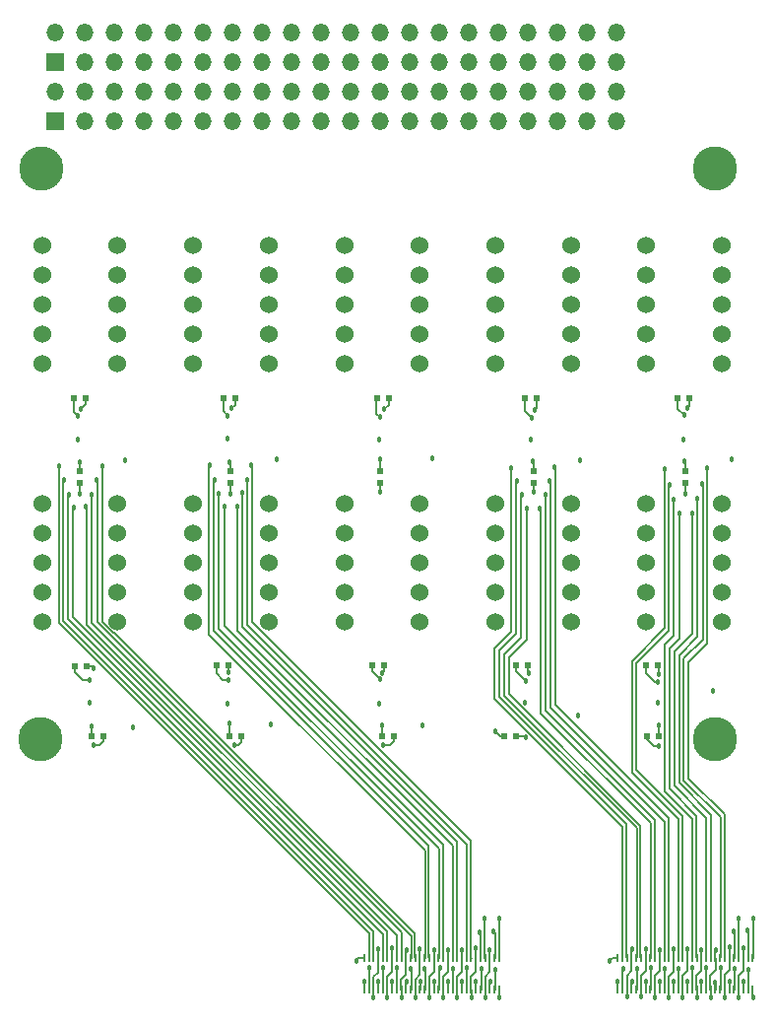
<source format=gbr>
%TF.GenerationSoftware,KiCad,Pcbnew,8.0.1*%
%TF.CreationDate,2024-06-10T14:17:39+05:30*%
%TF.ProjectId,GPIO HAT 1,4750494f-2048-4415-9420-312e6b696361,rev?*%
%TF.SameCoordinates,Original*%
%TF.FileFunction,Copper,L4,Bot*%
%TF.FilePolarity,Positive*%
%FSLAX46Y46*%
G04 Gerber Fmt 4.6, Leading zero omitted, Abs format (unit mm)*
G04 Created by KiCad (PCBNEW 8.0.1) date 2024-06-10 14:17:39*
%MOMM*%
%LPD*%
G01*
G04 APERTURE LIST*
%TA.AperFunction,ComponentPad*%
%ADD10C,1.524000*%
%TD*%
%TA.AperFunction,ComponentPad*%
%ADD11R,1.500000X1.500000*%
%TD*%
%TA.AperFunction,ComponentPad*%
%ADD12O,1.500000X1.500000*%
%TD*%
%TA.AperFunction,ComponentPad*%
%ADD13C,3.810000*%
%TD*%
%TA.AperFunction,SMDPad,CuDef*%
%ADD14R,0.475000X0.500000*%
%TD*%
%TA.AperFunction,SMDPad,CuDef*%
%ADD15R,0.500000X0.475000*%
%TD*%
%TA.AperFunction,SMDPad,CuDef*%
%ADD16R,0.230000X0.660000*%
%TD*%
%TA.AperFunction,ViaPad*%
%ADD17C,0.457000*%
%TD*%
%TA.AperFunction,Conductor*%
%ADD18C,0.127000*%
%TD*%
%TA.AperFunction,Conductor*%
%ADD19C,0.203200*%
%TD*%
%TA.AperFunction,Conductor*%
%ADD20C,0.152400*%
%TD*%
%TA.AperFunction,Conductor*%
%ADD21C,0.171958*%
%TD*%
%TA.AperFunction,Conductor*%
%ADD22C,0.172000*%
%TD*%
G04 APERTURE END LIST*
D10*
%TO.P,J2,1,Pin_1*%
%TO.N,GND*%
X87265933Y-102819200D03*
%TO.P,J2,2,Pin_2*%
%TO.N,/GPIOT__RXN21*%
X87265933Y-105359200D03*
%TO.P,J2,3,Pin_3*%
%TO.N,/GPIOT__RXP21*%
X87265933Y-107899200D03*
%TO.P,J2,4,Pin_4*%
%TO.N,/GPIOT__RXP18*%
X87265933Y-110439200D03*
%TO.P,J2,5,Pin_5*%
%TO.N,/GPIOT__RXN18*%
X87265933Y-112979200D03*
%TD*%
%TO.P,J14,1,Pin_1*%
%TO.N,GND*%
X126229531Y-80619600D03*
%TO.P,J14,2,Pin_2*%
%TO.N,/GPIOB__TXP04*%
X126229531Y-83159600D03*
%TO.P,J14,3,Pin_3*%
%TO.N,/GPIOB__TXN04*%
X126229531Y-85699600D03*
%TO.P,J14,4,Pin_4*%
%TO.N,/GPIOB__TXN06*%
X126229531Y-88239600D03*
%TO.P,J14,5,Pin_5*%
%TO.N,/GPIOB__TXP06*%
X126229531Y-90779600D03*
%TD*%
%TO.P,J1,1,Pin_1*%
%TO.N,GND*%
X80772000Y-102819200D03*
%TO.P,J1,2,Pin_2*%
%TO.N,/GPIOT__RXP03*%
X80772000Y-105359200D03*
%TO.P,J1,3,Pin_3*%
%TO.N,/GPIOT__RXN03*%
X80772000Y-107899200D03*
%TO.P,J1,4,Pin_4*%
%TO.N,/GPIOT__RXP08*%
X80772000Y-110439200D03*
%TO.P,J1,5,Pin_5*%
%TO.N,/GPIOT__RXN08*%
X80772000Y-112979200D03*
%TD*%
%TO.P,J9,1,Pin_1*%
%TO.N,GND*%
X106747732Y-102819200D03*
%TO.P,J9,2,Pin_2*%
%TO.N,/GPIOT__RXP12*%
X106747732Y-105359200D03*
%TO.P,J9,3,Pin_3*%
%TO.N,/GPIOT__RXN12*%
X106747732Y-107899200D03*
%TO.P,J9,4,Pin_4*%
%TO.N,/GPIOT__RXP14*%
X106747732Y-110439200D03*
%TO.P,J9,5,Pin_5*%
%TO.N,/GPIOT__RXN14*%
X106747732Y-112979200D03*
%TD*%
%TO.P,J17,1,Pin_1*%
%TO.N,GND*%
X132723464Y-80619600D03*
%TO.P,J17,2,Pin_2*%
%TO.N,/GPIOB__TXP09*%
X132723464Y-83159600D03*
%TO.P,J17,3,Pin_3*%
%TO.N,/GPIOB__TXN09*%
X132723464Y-85699600D03*
%TO.P,J17,4,Pin_4*%
%TO.N,/GPIOB__TXN10*%
X132723464Y-88239600D03*
%TO.P,J17,5,Pin_5*%
%TO.N,/GPIOB__TXP10*%
X132723464Y-90779600D03*
%TD*%
%TO.P,J13,1,Pin_1*%
%TO.N,GND*%
X119735598Y-80619600D03*
%TO.P,J13,2,Pin_2*%
%TO.N,/GPIOB__TXN05*%
X119735598Y-83159600D03*
%TO.P,J13,3,Pin_3*%
%TO.N,/GPIOB__TXP05*%
X119735598Y-85699600D03*
%TO.P,J13,4,Pin_4*%
%TO.N,/GPIOB__TXP03*%
X119735598Y-88239600D03*
%TO.P,J13,5,Pin_5*%
%TO.N,/GPIOB__TXN03*%
X119735598Y-90779600D03*
%TD*%
D11*
%TO.P,J23,1,Pin_1*%
%TO.N,3.3V*%
X81885400Y-69969700D03*
D12*
%TO.P,J23,2,Pin_2*%
%TO.N,unconnected-(J23-Pin_2-Pad2)*%
X81885400Y-67429700D03*
%TO.P,J23,3,Pin_3*%
%TO.N,unconnected-(J23-Pin_3-Pad3)*%
X84425400Y-69969700D03*
%TO.P,J23,4,Pin_4*%
%TO.N,unconnected-(J23-Pin_4-Pad4)*%
X84425400Y-67429700D03*
%TO.P,J23,5,Pin_5*%
%TO.N,unconnected-(J23-Pin_5-Pad5)*%
X86965400Y-69969700D03*
%TO.P,J23,6,Pin_6*%
%TO.N,GND*%
X86965400Y-67429700D03*
%TO.P,J23,7,Pin_7*%
%TO.N,unconnected-(J23-Pin_7-Pad7)*%
X89505400Y-69969700D03*
%TO.P,J23,8,Pin_8*%
%TO.N,unconnected-(J23-Pin_8-Pad8)*%
X89505400Y-67429700D03*
%TO.P,J23,9,Pin_9*%
%TO.N,GND*%
X92045400Y-69969700D03*
%TO.P,J23,10,Pin_10*%
%TO.N,unconnected-(J23-Pin_10-Pad10)*%
X92045400Y-67429700D03*
%TO.P,J23,11,Pin_11*%
%TO.N,unconnected-(J23-Pin_11-Pad11)*%
X94585400Y-69969700D03*
%TO.P,J23,12,Pin_12*%
%TO.N,unconnected-(J23-Pin_12-Pad12)*%
X94585400Y-67429700D03*
%TO.P,J23,13,Pin_13*%
%TO.N,unconnected-(J23-Pin_13-Pad13)*%
X97125400Y-69969700D03*
%TO.P,J23,14,Pin_14*%
%TO.N,GND*%
X97125400Y-67429700D03*
%TO.P,J23,15,Pin_15*%
%TO.N,unconnected-(J23-Pin_15-Pad15)*%
X99665400Y-69969700D03*
%TO.P,J23,16,Pin_16*%
%TO.N,unconnected-(J23-Pin_16-Pad16)*%
X99665400Y-67429700D03*
%TO.P,J23,17,Pin_17*%
%TO.N,3.3V*%
X102205400Y-69969700D03*
%TO.P,J23,18,Pin_18*%
%TO.N,unconnected-(J23-Pin_18-Pad18)*%
X102205400Y-67429700D03*
%TO.P,J23,19,Pin_19*%
%TO.N,unconnected-(J23-Pin_19-Pad19)*%
X104745400Y-69969700D03*
%TO.P,J23,20,Pin_20*%
%TO.N,GND*%
X104745400Y-67429700D03*
%TO.P,J23,21,Pin_21*%
X107285400Y-69969700D03*
%TO.P,J23,22,Pin_22*%
%TO.N,unconnected-(J23-Pin_22-Pad22)*%
X107285400Y-67429700D03*
%TO.P,J23,23,Pin_23*%
%TO.N,unconnected-(J23-Pin_23-Pad23)*%
X109825400Y-69969700D03*
%TO.P,J23,24,Pin_24*%
%TO.N,GND*%
X109825400Y-67429700D03*
%TO.P,J23,25,Pin_25*%
X112365400Y-69969700D03*
%TO.P,J23,26,Pin_26*%
%TO.N,unconnected-(J23-Pin_26-Pad26)*%
X112365400Y-67429700D03*
%TO.P,J23,27,Pin_27*%
%TO.N,unconnected-(J23-Pin_27-Pad27)*%
X114905400Y-69969700D03*
%TO.P,J23,28,Pin_28*%
%TO.N,unconnected-(J23-Pin_28-Pad28)*%
X114905400Y-67429700D03*
%TO.P,J23,29,Pin_29*%
%TO.N,unconnected-(J23-Pin_29-Pad29)*%
X117445400Y-69969700D03*
%TO.P,J23,30,Pin_30*%
%TO.N,GND*%
X117445400Y-67429700D03*
%TO.P,J23,31,Pin_31*%
%TO.N,unconnected-(J23-Pin_31-Pad31)*%
X119985400Y-69969700D03*
%TO.P,J23,32,Pin_32*%
%TO.N,unconnected-(J23-Pin_32-Pad32)*%
X119985400Y-67429700D03*
%TO.P,J23,33,Pin_33*%
%TO.N,unconnected-(J23-Pin_33-Pad33)*%
X122525400Y-69969700D03*
%TO.P,J23,34,Pin_34*%
%TO.N,GND*%
X122525400Y-67429700D03*
%TO.P,J23,35,Pin_35*%
%TO.N,unconnected-(J23-Pin_35-Pad35)*%
X125065400Y-69969700D03*
%TO.P,J23,36,Pin_36*%
%TO.N,unconnected-(J23-Pin_36-Pad36)*%
X125065400Y-67429700D03*
%TO.P,J23,37,Pin_37*%
%TO.N,unconnected-(J23-Pin_37-Pad37)*%
X127605400Y-69969700D03*
%TO.P,J23,38,Pin_38*%
%TO.N,unconnected-(J23-Pin_38-Pad38)*%
X127605400Y-67429700D03*
%TO.P,J23,39,Pin_39*%
%TO.N,GND*%
X130145400Y-69969700D03*
%TO.P,J23,40,Pin_40*%
%TO.N,unconnected-(J23-Pin_40-Pad40)*%
X130145400Y-67429700D03*
%TD*%
D13*
%TO.P,,*%
%TO.N,*%
X138640000Y-74009900D03*
%TD*%
D10*
%TO.P,J10,1,Pin_1*%
%TO.N,GND*%
X113241665Y-102819200D03*
%TO.P,J10,2,Pin_2*%
%TO.N,/GPIOT__RXP11*%
X113241665Y-105359200D03*
%TO.P,J10,3,Pin_3*%
%TO.N,/GPIOT__RXN11*%
X113241665Y-107899200D03*
%TO.P,J10,4,Pin_4*%
%TO.N,/GPIOT__RXN13*%
X113241665Y-110439200D03*
%TO.P,J10,5,Pin_5*%
%TO.N,/GPIOT__RXP13*%
X113241665Y-112979200D03*
%TD*%
%TO.P,J7,1,Pin_1*%
%TO.N,GND*%
X93759866Y-80619600D03*
%TO.P,J7,2,Pin_2*%
%TO.N,/GPIOT__RXP15*%
X93759866Y-83159600D03*
%TO.P,J7,3,Pin_3*%
%TO.N,/GPIOT__RXN15*%
X93759866Y-85699600D03*
%TO.P,J7,4,Pin_4*%
%TO.N,/GPIOT__RXP16*%
X93759866Y-88239600D03*
%TO.P,J7,5,Pin_5*%
%TO.N,/GPIOT__RXN16*%
X93759866Y-90779600D03*
%TD*%
%TO.P,J12,1,Pin_1*%
%TO.N,GND*%
X113241665Y-80619600D03*
%TO.P,J12,2,Pin_2*%
%TO.N,/GPIOB__TXN00*%
X113241665Y-83159600D03*
%TO.P,J12,3,Pin_3*%
%TO.N,/GPIOB__TXP00*%
X113241665Y-85699600D03*
%TO.P,J12,4,Pin_4*%
%TO.N,/GPIOB__TXN01*%
X113241665Y-88239600D03*
%TO.P,J12,5,Pin_5*%
%TO.N,/GPIOB__TXP01*%
X113241665Y-90779600D03*
%TD*%
%TO.P,J15,1,Pin_1*%
%TO.N,GND*%
X119735598Y-102819200D03*
%TO.P,J15,2,Pin_2*%
%TO.N,/GPIOB__TXN08*%
X119735598Y-105359200D03*
%TO.P,J15,3,Pin_3*%
%TO.N,/GPIOB__TXP08*%
X119735598Y-107899200D03*
%TO.P,J15,4,Pin_4*%
%TO.N,/GPIOB__TXP07*%
X119735598Y-110439200D03*
%TO.P,J15,5,Pin_5*%
%TO.N,/GPIOB__TXN07*%
X119735598Y-112979200D03*
%TD*%
%TO.P,J8,1,Pin_1*%
%TO.N,GND*%
X100253799Y-80619600D03*
%TO.P,J8,2,Pin_2*%
%TO.N,/GPIOT__RXP09*%
X100253799Y-83159600D03*
%TO.P,J8,3,Pin_3*%
%TO.N,/GPIOT__RXN09*%
X100253799Y-85699600D03*
%TO.P,J8,4,Pin_4*%
%TO.N,/GPIOT__RXN17*%
X100253799Y-88239600D03*
%TO.P,J8,5,Pin_5*%
%TO.N,/GPIOT__RXP17*%
X100253799Y-90779600D03*
%TD*%
%TO.P,J16,1,Pin_1*%
%TO.N,GND*%
X126229531Y-102819200D03*
%TO.P,J16,2,Pin_2*%
%TO.N,/GPIOB__TXN11*%
X126229531Y-105359200D03*
%TO.P,J16,3,Pin_3*%
%TO.N,/GPIOB__TXP11*%
X126229531Y-107899200D03*
%TO.P,J16,4,Pin_4*%
%TO.N,/GPIOB__TXP15*%
X126229531Y-110439200D03*
%TO.P,J16,5,Pin_5*%
%TO.N,/GPIOB__TXN15*%
X126229531Y-112979200D03*
%TD*%
%TO.P,J5,1,Pin_1*%
%TO.N,GND*%
X93759866Y-102819200D03*
%TO.P,J5,2,Pin_2*%
%TO.N,/GPIOT__RXP19*%
X93759866Y-105359200D03*
%TO.P,J5,3,Pin_3*%
%TO.N,/GPIOT__RXN19*%
X93759866Y-107899200D03*
%TO.P,J5,4,Pin_4*%
%TO.N,/GPIOT__RXP02*%
X93759866Y-110439200D03*
%TO.P,J5,5,Pin_5*%
%TO.N,/GPIOT__RXN02*%
X93759866Y-112979200D03*
%TD*%
%TO.P,J19,1,Pin_1*%
%TO.N,GND*%
X132723464Y-102819200D03*
%TO.P,J19,2,Pin_2*%
%TO.N,/GPIOB__TXN17*%
X132723464Y-105359200D03*
%TO.P,J19,3,Pin_3*%
%TO.N,/GPIOB__TXP17*%
X132723464Y-107899200D03*
%TO.P,J19,4,Pin_4*%
%TO.N,/GPIOB__TXN16*%
X132723464Y-110439200D03*
%TO.P,J19,5,Pin_5*%
%TO.N,/GPIOB__TXP16*%
X132723464Y-112979200D03*
%TD*%
%TO.P,J3,1,Pin_1*%
%TO.N,GND*%
X80772000Y-80619600D03*
%TO.P,J3,2,Pin_2*%
%TO.N,/GPIOT__RXP06*%
X80772000Y-83159600D03*
%TO.P,J3,3,Pin_3*%
%TO.N,/GPIOT__RXN06*%
X80772000Y-85699600D03*
%TO.P,J3,4,Pin_4*%
%TO.N,/GPIOT__RXN01*%
X80772000Y-88239600D03*
%TO.P,J3,5,Pin_5*%
%TO.N,/GPIOT__RXP01*%
X80772000Y-90779600D03*
%TD*%
%TO.P,J11,1,Pin_1*%
%TO.N,GND*%
X106747732Y-80619600D03*
%TO.P,J11,2,Pin_2*%
%TO.N,/GPIOB__TXN13*%
X106747732Y-83159600D03*
%TO.P,J11,3,Pin_3*%
%TO.N,/GPIOB__TXP13*%
X106747732Y-85699600D03*
%TO.P,J11,4,Pin_4*%
%TO.N,/GPIOB__TXN02*%
X106747732Y-88239600D03*
%TO.P,J11,5,Pin_5*%
%TO.N,/GPIOB__TXP02*%
X106747732Y-90779600D03*
%TD*%
D13*
%TO.P,,*%
%TO.N,*%
X80665400Y-74060700D03*
%TD*%
%TO.P,,*%
%TO.N,*%
X138640000Y-123031900D03*
%TD*%
D10*
%TO.P,J4,1,Pin_1*%
%TO.N,GND*%
X87265933Y-80619600D03*
%TO.P,J4,2,Pin_2*%
%TO.N,/GPIOT__RXP05*%
X87265933Y-83159600D03*
%TO.P,J4,3,Pin_3*%
%TO.N,/GPIOT__RXN05*%
X87265933Y-85699600D03*
%TO.P,J4,4,Pin_4*%
%TO.N,/GPIOT__RXN20*%
X87265933Y-88239600D03*
%TO.P,J4,5,Pin_5*%
%TO.N,/GPIOT__RXP20*%
X87265933Y-90779600D03*
%TD*%
D11*
%TO.P,J24,1,Pin_1*%
%TO.N,unconnected-(J24-Pin_1-Pad1)*%
X81885400Y-64889700D03*
D12*
%TO.P,J24,2,Pin_2*%
%TO.N,unconnected-(J24-Pin_2-Pad2)*%
X81885400Y-62349700D03*
%TO.P,J24,3,Pin_3*%
%TO.N,unconnected-(J24-Pin_3-Pad3)*%
X84425400Y-64889700D03*
%TO.P,J24,4,Pin_4*%
%TO.N,unconnected-(J24-Pin_4-Pad4)*%
X84425400Y-62349700D03*
%TO.P,J24,5,Pin_5*%
%TO.N,unconnected-(J24-Pin_5-Pad5)*%
X86965400Y-64889700D03*
%TO.P,J24,6,Pin_6*%
%TO.N,unconnected-(J24-Pin_6-Pad6)*%
X86965400Y-62349700D03*
%TO.P,J24,7,Pin_7*%
%TO.N,unconnected-(J24-Pin_7-Pad7)*%
X89505400Y-64889700D03*
%TO.P,J24,8,Pin_8*%
%TO.N,unconnected-(J24-Pin_8-Pad8)*%
X89505400Y-62349700D03*
%TO.P,J24,9,Pin_9*%
%TO.N,unconnected-(J24-Pin_9-Pad9)*%
X92045400Y-64889700D03*
%TO.P,J24,10,Pin_10*%
%TO.N,unconnected-(J24-Pin_10-Pad10)*%
X92045400Y-62349700D03*
%TO.P,J24,11,Pin_11*%
%TO.N,unconnected-(J24-Pin_11-Pad11)*%
X94585400Y-64889700D03*
%TO.P,J24,12,Pin_12*%
%TO.N,unconnected-(J24-Pin_12-Pad12)*%
X94585400Y-62349700D03*
%TO.P,J24,13,Pin_13*%
%TO.N,unconnected-(J24-Pin_13-Pad13)*%
X97125400Y-64889700D03*
%TO.P,J24,14,Pin_14*%
%TO.N,unconnected-(J24-Pin_14-Pad14)*%
X97125400Y-62349700D03*
%TO.P,J24,15,Pin_15*%
%TO.N,unconnected-(J24-Pin_15-Pad15)*%
X99665400Y-64889700D03*
%TO.P,J24,16,Pin_16*%
%TO.N,unconnected-(J24-Pin_16-Pad16)*%
X99665400Y-62349700D03*
%TO.P,J24,17,Pin_17*%
%TO.N,unconnected-(J24-Pin_17-Pad17)*%
X102205400Y-64889700D03*
%TO.P,J24,18,Pin_18*%
%TO.N,unconnected-(J24-Pin_18-Pad18)*%
X102205400Y-62349700D03*
%TO.P,J24,19,Pin_19*%
%TO.N,GND*%
X104745400Y-64889700D03*
%TO.P,J24,20,Pin_20*%
X104745400Y-62349700D03*
%TO.P,J24,21,Pin_21*%
X107285400Y-64889700D03*
%TO.P,J24,22,Pin_22*%
X107285400Y-62349700D03*
%TO.P,J24,23,Pin_23*%
%TO.N,unconnected-(J24-Pin_23-Pad23)*%
X109825400Y-64889700D03*
%TO.P,J24,24,Pin_24*%
%TO.N,unconnected-(J24-Pin_24-Pad24)*%
X109825400Y-62349700D03*
%TO.P,J24,25,Pin_25*%
%TO.N,unconnected-(J24-Pin_25-Pad25)*%
X112365400Y-64889700D03*
%TO.P,J24,26,Pin_26*%
%TO.N,GND*%
X112365400Y-62349700D03*
%TO.P,J24,27,Pin_27*%
X114905400Y-64889700D03*
%TO.P,J24,28,Pin_28*%
X114905400Y-62349700D03*
%TO.P,J24,29,Pin_29*%
%TO.N,unconnected-(J24-Pin_29-Pad29)*%
X117445400Y-64889700D03*
%TO.P,J24,30,Pin_30*%
%TO.N,unconnected-(J24-Pin_30-Pad30)*%
X117445400Y-62349700D03*
%TO.P,J24,31,Pin_31*%
%TO.N,unconnected-(J24-Pin_31-Pad31)*%
X119985400Y-64889700D03*
%TO.P,J24,32,Pin_32*%
%TO.N,unconnected-(J24-Pin_32-Pad32)*%
X119985400Y-62349700D03*
%TO.P,J24,33,Pin_33*%
%TO.N,unconnected-(J24-Pin_33-Pad33)*%
X122525400Y-64889700D03*
%TO.P,J24,34,Pin_34*%
%TO.N,unconnected-(J24-Pin_34-Pad34)*%
X122525400Y-62349700D03*
%TO.P,J24,35,Pin_35*%
%TO.N,unconnected-(J24-Pin_35-Pad35)*%
X125065400Y-64889700D03*
%TO.P,J24,36,Pin_36*%
%TO.N,unconnected-(J24-Pin_36-Pad36)*%
X125065400Y-62349700D03*
%TO.P,J24,37,Pin_37*%
%TO.N,GND*%
X127605400Y-64889700D03*
%TO.P,J24,38,Pin_38*%
X127605400Y-62349700D03*
%TO.P,J24,39,Pin_39*%
%TO.N,unconnected-(J24-Pin_39-Pad39)*%
X130145400Y-64889700D03*
%TO.P,J24,40,Pin_40*%
%TO.N,unconnected-(J24-Pin_40-Pad40)*%
X130145400Y-62349700D03*
%TD*%
D10*
%TO.P,J20,1,Pin_1*%
%TO.N,GND*%
X139217400Y-102819200D03*
%TO.P,J20,2,Pin_2*%
%TO.N,/GPIOB__TXN14*%
X139217400Y-105359200D03*
%TO.P,J20,3,Pin_3*%
%TO.N,/GPIOB__TXP14*%
X139217400Y-107899200D03*
%TO.P,J20,4,Pin_4*%
%TO.N,/GPIOB__TXN19*%
X139217400Y-110439200D03*
%TO.P,J20,5,Pin_5*%
%TO.N,/GPIOB__TXP19*%
X139217400Y-112979200D03*
%TD*%
D13*
%TO.P,,*%
%TO.N,*%
X80640000Y-123031900D03*
%TD*%
D10*
%TO.P,J18,1,Pin_1*%
%TO.N,GND*%
X139217400Y-80619600D03*
%TO.P,J18,2,Pin_2*%
%TO.N,/GPIOB__TXN18*%
X139217400Y-83159600D03*
%TO.P,J18,3,Pin_3*%
%TO.N,/GPIOB__TXP18*%
X139217400Y-85699600D03*
%TO.P,J18,4,Pin_4*%
%TO.N,/GPIOB__TXP12*%
X139217400Y-88239600D03*
%TO.P,J18,5,Pin_5*%
%TO.N,/GPIOB__TXN12*%
X139217400Y-90779600D03*
%TD*%
%TO.P,J6,1,Pin_1*%
%TO.N,GND*%
X100253799Y-102819200D03*
%TO.P,J6,2,Pin_2*%
%TO.N,/GPIOT__RXP04*%
X100253799Y-105359200D03*
%TO.P,J6,3,Pin_3*%
%TO.N,/GPIOT__RXN04*%
X100253799Y-107899200D03*
%TO.P,J6,4,Pin_4*%
%TO.N,/GPIOT__RXP07*%
X100253799Y-110439200D03*
%TO.P,J6,5,Pin_5*%
%TO.N,/GPIOT__RXN07*%
X100253799Y-112979200D03*
%TD*%
D14*
%TO.P,C9,1*%
%TO.N,3.3V*%
X109978000Y-122809000D03*
%TO.P,C9,2*%
%TO.N,GND*%
X111002000Y-122809000D03*
%TD*%
%TO.P,C6,1*%
%TO.N,3.3V*%
X95754000Y-116690000D03*
%TO.P,C6,2*%
%TO.N,GND*%
X96778000Y-116690000D03*
%TD*%
%TO.P,C14,1*%
%TO.N,3.3V*%
X122297000Y-93751400D03*
%TO.P,C14,2*%
%TO.N,GND*%
X123321000Y-93751400D03*
%TD*%
%TO.P,C19,1*%
%TO.N,3.3V*%
X121509600Y-116690000D03*
%TO.P,C19,2*%
%TO.N,GND*%
X122533600Y-116690000D03*
%TD*%
%TO.P,C18,1*%
%TO.N,3.3V*%
X135403400Y-93751400D03*
%TO.P,C18,2*%
%TO.N,GND*%
X136427400Y-93751400D03*
%TD*%
D15*
%TO.P,C4,1*%
%TO.N,3.3V*%
X84023200Y-100046600D03*
%TO.P,C4,2*%
%TO.N,GND*%
X84023200Y-101070600D03*
%TD*%
D14*
%TO.P,C10,1*%
%TO.N,3.3V*%
X109161200Y-116690000D03*
%TO.P,C10,2*%
%TO.N,GND*%
X110185200Y-116690000D03*
%TD*%
%TO.P,C3,1*%
%TO.N,3.3V*%
X83511200Y-93751400D03*
%TO.P,C3,2*%
%TO.N,GND*%
X84535200Y-93751400D03*
%TD*%
%TO.P,C5,1*%
%TO.N,3.3V*%
X96871600Y-122809000D03*
%TO.P,C5,2*%
%TO.N,GND*%
X97895600Y-122809000D03*
%TD*%
%TO.P,C20,1*%
%TO.N,3.3V*%
X132680600Y-116690000D03*
%TO.P,C20,2*%
%TO.N,GND*%
X133704600Y-116690000D03*
%TD*%
%TO.P,C15,1*%
%TO.N,3.3V*%
X121492200Y-122809000D03*
%TO.P,C15,2*%
%TO.N,GND*%
X120468200Y-122809000D03*
%TD*%
%TO.P,C16,1*%
%TO.N,3.3V*%
X133811200Y-122809000D03*
%TO.P,C16,2*%
%TO.N,GND*%
X132787200Y-122809000D03*
%TD*%
%TO.P,C8,1*%
%TO.N,3.3V*%
X96363600Y-93751400D03*
%TO.P,C8,2*%
%TO.N,GND*%
X97387600Y-93751400D03*
%TD*%
%TO.P,C1,1*%
%TO.N,3.3V*%
X85004800Y-122809000D03*
%TO.P,C1,2*%
%TO.N,GND*%
X86028800Y-122809000D03*
%TD*%
D16*
%TO.P,J21,1,1*%
%TO.N,/GPIOT_RXP03*%
X108460000Y-144565000D03*
%TO.P,J21,2,2*%
%TO.N,/GPIOT_RXN03*%
X108860000Y-144565000D03*
%TO.P,J21,3,3*%
%TO.N,GND*%
X109260000Y-144565000D03*
%TO.P,J21,4,4*%
%TO.N,/GPIOT_RXP08*%
X109660000Y-144565000D03*
%TO.P,J21,5,5*%
%TO.N,/GPIOT_RXN08*%
X110060000Y-144565000D03*
%TO.P,J21,6,6*%
%TO.N,GND*%
X110460000Y-144565000D03*
%TO.P,J21,7,7*%
%TO.N,/GPIOT_RXN21*%
X110860000Y-144565000D03*
%TO.P,J21,8,8*%
%TO.N,/GPIOT_RXP21*%
X111260000Y-144565000D03*
%TO.P,J21,9,9*%
%TO.N,GND*%
X111660000Y-144565000D03*
%TO.P,J21,10,10*%
%TO.N,/GPIOT_RXP18*%
X112060000Y-144565000D03*
%TO.P,J21,11,11*%
%TO.N,/GPIOT_RXN18*%
X112460000Y-144565000D03*
%TO.P,J21,12,12*%
%TO.N,GND*%
X112860000Y-144565000D03*
%TO.P,J21,13,13*%
%TO.N,/GPIOT_RXP19*%
X113260000Y-144565000D03*
%TO.P,J21,14,14*%
%TO.N,/GPIOT_RXN19*%
X113660000Y-144565000D03*
%TO.P,J21,15,15*%
%TO.N,GND*%
X114060000Y-144565000D03*
%TO.P,J21,16,16*%
%TO.N,/GPIOT_RXP02*%
X114460000Y-144565000D03*
%TO.P,J21,17,17*%
%TO.N,/GPIOT_RXN02*%
X114860000Y-144565000D03*
%TO.P,J21,18,18*%
%TO.N,GND*%
X115260000Y-144565000D03*
%TO.P,J21,19,19*%
%TO.N,/GPIOT_RXP04*%
X115660000Y-144565000D03*
%TO.P,J21,20,20*%
%TO.N,/GPIOT_RXN04*%
X116060000Y-144565000D03*
%TO.P,J21,21,21*%
%TO.N,GND*%
X116460000Y-144565000D03*
%TO.P,J21,22,22*%
%TO.N,/GPIOT_RXP07*%
X116860000Y-144565000D03*
%TO.P,J21,23,23*%
%TO.N,/GPIOT_RXN07*%
X117260000Y-144565000D03*
%TO.P,J21,24,24*%
%TO.N,GND*%
X117660000Y-144565000D03*
%TO.P,J21,25,25*%
%TO.N,/GPIOT_RXP11*%
X118060000Y-144565000D03*
%TO.P,J21,26,26*%
%TO.N,/GPIOT_RXN11*%
X118460000Y-144565000D03*
%TO.P,J21,27,27*%
%TO.N,GND*%
X118860000Y-144565000D03*
%TO.P,J21,28,28*%
%TO.N,/GPIOT_RXP13*%
X119260000Y-144565000D03*
%TO.P,J21,29,29*%
%TO.N,/GPIOT_RXN13*%
X119660000Y-144565000D03*
%TO.P,J21,30,30*%
%TO.N,GND*%
X120060000Y-144565000D03*
%TO.P,J21,31,31*%
%TO.N,/GPIOT_RXN14*%
X120060000Y-141855000D03*
%TO.P,J21,32,32*%
%TO.N,/GPIOT_RXP14*%
X119660000Y-141855000D03*
%TO.P,J21,33,33*%
%TO.N,GND*%
X119260000Y-141855000D03*
%TO.P,J21,34,34*%
%TO.N,/GPIOT_RXN12*%
X118860000Y-141855000D03*
%TO.P,J21,35,35*%
%TO.N,/GPIOT_RXP12*%
X118460000Y-141855000D03*
%TO.P,J21,36,36*%
%TO.N,GND*%
X118060000Y-141855000D03*
%TO.P,J21,37,37*%
%TO.N,/GPIOT_RXP17*%
X117660000Y-141855000D03*
%TO.P,J21,38,38*%
%TO.N,/GPIOT_RXN17*%
X117260000Y-141855000D03*
%TO.P,J21,39,39*%
%TO.N,GND*%
X116860000Y-141855000D03*
%TO.P,J21,40,40*%
%TO.N,/GPIOT_RXN09*%
X116460000Y-141855000D03*
%TO.P,J21,41,41*%
%TO.N,/GPIOT_RXP09*%
X116060000Y-141855000D03*
%TO.P,J21,42,42*%
%TO.N,GND*%
X115660000Y-141855000D03*
%TO.P,J21,43,43*%
%TO.N,/GPIOT_RXN16*%
X115260000Y-141855000D03*
%TO.P,J21,44,44*%
%TO.N,/GPIOT_RXP16*%
X114860000Y-141855000D03*
%TO.P,J21,45,45*%
%TO.N,GND*%
X114460000Y-141855000D03*
%TO.P,J21,46,46*%
%TO.N,/GPIOT_RXN15*%
X114060000Y-141855000D03*
%TO.P,J21,47,47*%
%TO.N,/GPIOT_RXP15*%
X113660000Y-141855000D03*
%TO.P,J21,48,48*%
%TO.N,GND*%
X113260000Y-141855000D03*
%TO.P,J21,49,49*%
%TO.N,/GPIOT_RXP20*%
X112860000Y-141855000D03*
%TO.P,J21,50,50*%
%TO.N,/GPIOT_RXN20*%
X112460000Y-141855000D03*
%TO.P,J21,51,51*%
%TO.N,GND*%
X112060000Y-141855000D03*
%TO.P,J21,52,52*%
%TO.N,/GPIOT_RXN05*%
X111660000Y-141855000D03*
%TO.P,J21,53,53*%
%TO.N,/GPIOT_RXP05*%
X111260000Y-141855000D03*
%TO.P,J21,54,54*%
%TO.N,GND*%
X110860000Y-141855000D03*
%TO.P,J21,55,55*%
%TO.N,/GPIOT_RXP01*%
X110460000Y-141855000D03*
%TO.P,J21,56,56*%
%TO.N,/GPIOT_RXN01*%
X110060000Y-141855000D03*
%TO.P,J21,57,57*%
%TO.N,GND*%
X109660000Y-141855000D03*
%TO.P,J21,58,58*%
%TO.N,/GPIOT_RXN06*%
X109260000Y-141855000D03*
%TO.P,J21,59,59*%
%TO.N,/GPIOT_RXP06*%
X108860000Y-141855000D03*
%TO.P,J21,60,60*%
%TO.N,GND*%
X108460000Y-141855000D03*
%TD*%
D15*
%TO.P,C11,1*%
%TO.N,3.3V*%
X109824600Y-100046600D03*
%TO.P,C11,2*%
%TO.N,GND*%
X109824600Y-101070600D03*
%TD*%
D14*
%TO.P,C2,1*%
%TO.N,3.3V*%
X83582400Y-116740800D03*
%TO.P,C2,2*%
%TO.N,GND*%
X84606400Y-116740800D03*
%TD*%
D16*
%TO.P,J22,1,1*%
%TO.N,/GPIOB_TXP16*%
X141860000Y-141855000D03*
%TO.P,J22,2,2*%
%TO.N,/GPIOB_TXN16*%
X141460000Y-141855000D03*
%TO.P,J22,3,3*%
%TO.N,GND*%
X141060000Y-141855000D03*
%TO.P,J22,4,4*%
%TO.N,/GPIOB_TXP17*%
X140660000Y-141855000D03*
%TO.P,J22,5,5*%
%TO.N,/GPIOB_TXN17*%
X140260000Y-141855000D03*
%TO.P,J22,6,6*%
%TO.N,GND*%
X139860000Y-141855000D03*
%TO.P,J22,7,7*%
%TO.N,/GPIOB_TXN12*%
X139460000Y-141855000D03*
%TO.P,J22,8,8*%
%TO.N,/GPIOB_TXP12*%
X139060000Y-141855000D03*
%TO.P,J22,9,9*%
%TO.N,GND*%
X138660000Y-141855000D03*
%TO.P,J22,10,10*%
%TO.N,/GPIOB_TXP18*%
X138260000Y-141855000D03*
%TO.P,J22,11,11*%
%TO.N,/GPIOB_TXN18*%
X137860000Y-141855000D03*
%TO.P,J22,12,12*%
%TO.N,GND*%
X137460000Y-141855000D03*
%TO.P,J22,13,13*%
%TO.N,/GPIOB_TXP10*%
X137060000Y-141855000D03*
%TO.P,J22,14,14*%
%TO.N,/GPIOB_TXN10*%
X136660000Y-141855000D03*
%TO.P,J22,15,15*%
%TO.N,GND*%
X136260000Y-141855000D03*
%TO.P,J22,16,16*%
%TO.N,/GPIOB_TXN09*%
X135860000Y-141855000D03*
%TO.P,J22,17,17*%
%TO.N,/GPIOB_TXP09*%
X135460000Y-141855000D03*
%TO.P,J22,18,18*%
%TO.N,GND*%
X135060000Y-141855000D03*
%TO.P,J22,19,19*%
%TO.N,/GPIOB_TXP06*%
X134660000Y-141855000D03*
%TO.P,J22,20,20*%
%TO.N,/GPIOB_TXN06*%
X134260000Y-141855000D03*
%TO.P,J22,21,21*%
%TO.N,GND*%
X133860000Y-141855000D03*
%TO.P,J22,22,22*%
%TO.N,/GPIOB_TXN04*%
X133460000Y-141855000D03*
%TO.P,J22,23,23*%
%TO.N,/GPIOB_TXP04*%
X133060000Y-141855000D03*
%TO.P,J22,24,24*%
%TO.N,GND*%
X132660000Y-141855000D03*
%TO.P,J22,25,25*%
%TO.N,/GPIOB_TXN03*%
X132260000Y-141855000D03*
%TO.P,J22,26,26*%
%TO.N,/GPIOB_TXP03*%
X131860000Y-141855000D03*
%TO.P,J22,27,27*%
%TO.N,GND*%
X131460000Y-141855000D03*
%TO.P,J22,28,28*%
%TO.N,/GPIOB_TXP05*%
X131060000Y-141855000D03*
%TO.P,J22,29,29*%
%TO.N,/GPIOB_TXN05*%
X130660000Y-141855000D03*
%TO.P,J22,30,30*%
%TO.N,GND*%
X130260000Y-141855000D03*
%TO.P,J22,31,31*%
%TO.N,/GPIOB_TXN13*%
X130260000Y-144565000D03*
%TO.P,J22,32,32*%
%TO.N,/GPIOB_TXP13*%
X130660000Y-144565000D03*
%TO.P,J22,33,33*%
%TO.N,GND*%
X131060000Y-144565000D03*
%TO.P,J22,34,34*%
%TO.N,/GPIOB_TXN02*%
X131460000Y-144565000D03*
%TO.P,J22,35,35*%
%TO.N,/GPIOB_TXP02*%
X131860000Y-144565000D03*
%TO.P,J22,36,36*%
%TO.N,GND*%
X132260000Y-144565000D03*
%TO.P,J22,37,37*%
%TO.N,/GPIOB_TXN00*%
X132660000Y-144565000D03*
%TO.P,J22,38,38*%
%TO.N,/GPIOB_TXP00*%
X133060000Y-144565000D03*
%TO.P,J22,39,39*%
%TO.N,GND*%
X133460000Y-144565000D03*
%TO.P,J22,40,40*%
%TO.N,/GPIOB_TXN01*%
X133860000Y-144565000D03*
%TO.P,J22,41,41*%
%TO.N,/GPIOB_TXP01*%
X134260000Y-144565000D03*
%TO.P,J22,42,42*%
%TO.N,GND*%
X134660000Y-144565000D03*
%TO.P,J22,43,43*%
%TO.N,/GPIOB_TXN08*%
X135060000Y-144565000D03*
%TO.P,J22,44,44*%
%TO.N,/GPIOB_TXP08*%
X135460000Y-144565000D03*
%TO.P,J22,45,45*%
%TO.N,GND*%
X135860000Y-144565000D03*
%TO.P,J22,46,46*%
%TO.N,/GPIOB_TXP07*%
X136260000Y-144565000D03*
%TO.P,J22,47,47*%
%TO.N,/GPIOB_TXN07*%
X136660000Y-144565000D03*
%TO.P,J22,48,48*%
%TO.N,GND*%
X137060000Y-144565000D03*
%TO.P,J22,49,49*%
%TO.N,/GPIOB_TXN11*%
X137460000Y-144565000D03*
%TO.P,J22,50,50*%
%TO.N,/GPIOB_TXP11*%
X137860000Y-144565000D03*
%TO.P,J22,51,51*%
%TO.N,GND*%
X138260000Y-144565000D03*
%TO.P,J22,52,52*%
%TO.N,/GPIOB_TXP15*%
X138660000Y-144565000D03*
%TO.P,J22,53,53*%
%TO.N,/GPIOB_TXN15*%
X139060000Y-144565000D03*
%TO.P,J22,54,54*%
%TO.N,GND*%
X139460000Y-144565000D03*
%TO.P,J22,55,55*%
%TO.N,/GPIOB_TXN14*%
X139860000Y-144565000D03*
%TO.P,J22,56,56*%
%TO.N,/GPIOB_TXP14*%
X140260000Y-144565000D03*
%TO.P,J22,57,57*%
%TO.N,GND*%
X140660000Y-144565000D03*
%TO.P,J22,58,58*%
%TO.N,/GPIOB_TXP19*%
X141060000Y-144565000D03*
%TO.P,J22,59,59*%
%TO.N,/GPIOB_TXN19*%
X141460000Y-144565000D03*
%TO.P,J22,60,60*%
%TO.N,GND*%
X141860000Y-144565000D03*
%TD*%
D15*
%TO.P,C7,1*%
%TO.N,3.3V*%
X96926400Y-100046600D03*
%TO.P,C7,2*%
%TO.N,GND*%
X96926400Y-101070600D03*
%TD*%
D14*
%TO.P,C12,1*%
%TO.N,3.3V*%
X109597000Y-93751400D03*
%TO.P,C12,2*%
%TO.N,GND*%
X110621000Y-93751400D03*
%TD*%
D15*
%TO.P,C13,1*%
%TO.N,3.3V*%
X123012200Y-100046600D03*
%TO.P,C13,2*%
%TO.N,GND*%
X123012200Y-101070600D03*
%TD*%
%TO.P,C17,1*%
%TO.N,3.3V*%
X136042400Y-100046600D03*
%TO.P,C17,2*%
%TO.N,GND*%
X136042400Y-101070600D03*
%TD*%
D17*
%TO.N,GND*%
X120040400Y-145186400D03*
X135046800Y-141074000D03*
X84023200Y-101930200D03*
X116835000Y-141201000D03*
X133853000Y-141124800D03*
X138277600Y-145186400D03*
X114472800Y-141150200D03*
X118054200Y-141023200D03*
X109824600Y-101780200D03*
X141066600Y-141023200D03*
X85216000Y-123522600D03*
X123012200Y-101828600D03*
X84109600Y-94676000D03*
X131465400Y-141074000D03*
X115265200Y-145186400D03*
X139872800Y-140870800D03*
X96926400Y-101930200D03*
X110129400Y-94719000D03*
X96769000Y-117325000D03*
X97327800Y-123522600D03*
X132659200Y-141099400D03*
X115641200Y-141175600D03*
X137459800Y-141124800D03*
X135864600Y-145186400D03*
X118872000Y-145186400D03*
X133451600Y-145186400D03*
X134645400Y-145186400D03*
X136118600Y-101930200D03*
X110866000Y-141023200D03*
X110464600Y-145186400D03*
X140690600Y-145186400D03*
X122605800Y-117398800D03*
X119248000Y-141124800D03*
X133776800Y-123624200D03*
X116459000Y-145186400D03*
X131062000Y-145163000D03*
X139471400Y-145186400D03*
X141884400Y-145186400D03*
X123151900Y-94805500D03*
X110053200Y-123573400D03*
X97078800Y-94615000D03*
X136240600Y-141074000D03*
X129560000Y-142090000D03*
X138679000Y-141124800D03*
X119735600Y-122351800D03*
X109270800Y-145186400D03*
X132257800Y-145161000D03*
X117703600Y-145186400D03*
X110002400Y-117350400D03*
X133807200Y-117480697D03*
X137083800Y-145186400D03*
X136271000Y-94564200D03*
X114071400Y-145186400D03*
X111658400Y-145186400D03*
X112085200Y-141201000D03*
X107770000Y-142090000D03*
X112852200Y-145186400D03*
X109697600Y-141099400D03*
X85224700Y-116956700D03*
X113228200Y-141074000D03*
%TO.N,/GPIOT_RXP03*%
X108440000Y-143860000D03*
%TO.N,/GPIOT_RXN03*%
X108911000Y-142725000D03*
%TO.N,3.3V*%
X84983400Y-121922400D03*
X138455400Y-118897400D03*
X135966200Y-95224600D03*
X122859800Y-95402400D03*
X109829600Y-117906800D03*
X96774000Y-117957600D03*
X109799200Y-95354000D03*
X122936000Y-99187000D03*
X127028200Y-99085400D03*
X122809000Y-97282000D03*
X100923000Y-99009200D03*
X83972400Y-99212400D03*
X88539400Y-122022000D03*
X122275600Y-119938800D03*
X83820000Y-97332800D03*
X100431600Y-121767600D03*
X133680200Y-119888000D03*
X109978000Y-121871600D03*
X122326400Y-122834400D03*
X126873000Y-121031000D03*
X133726000Y-118112400D03*
X96748600Y-95275400D03*
X83870800Y-95300800D03*
X113512600Y-121818400D03*
X96901000Y-99212400D03*
X109753400Y-119989600D03*
X140081000Y-99034600D03*
X135890000Y-97282000D03*
X84881800Y-117934600D03*
X109773800Y-97284400D03*
X96748600Y-97205800D03*
X87914800Y-99090800D03*
X136017000Y-99161600D03*
X96697800Y-119964200D03*
X133807200Y-121818400D03*
X96870600Y-121719200D03*
X84881800Y-119890400D03*
X122326400Y-118008400D03*
X109799200Y-99034600D03*
X114325400Y-98882200D03*
%TO.N,/GPIOT_RXN06*%
X82626200Y-100761800D03*
%TO.N,/GPIOT_RXN01*%
X83103800Y-102034200D03*
%TO.N,/GPIOT_RXP13*%
X119275000Y-143901400D03*
%TO.N,/GPIOT_RXN21*%
X110875000Y-143901400D03*
%TO.N,/GPIOT_RXP09*%
X97556400Y-103075600D03*
%TO.N,/GPIOT_RXP06*%
X82223200Y-99570400D03*
%TO.N,/GPIOT_RXN07*%
X117322600Y-142699600D03*
%TO.N,/GPIOT_RXP07*%
X116875000Y-143901400D03*
%TO.N,/GPIOT_RXN05*%
X85064600Y-102008800D03*
%TO.N,/GPIOT_RXN04*%
X116112600Y-142750400D03*
%TO.N,/GPIOT_RXN20*%
X85442670Y-100774400D03*
%TO.N,/GPIOT_RXP11*%
X118075000Y-143901400D03*
%TO.N,/GPIOT_RXN15*%
X95566730Y-100736400D03*
%TO.N,/GPIOT_RXP02*%
X114475000Y-143901400D03*
%TO.N,/GPIOT_RXP18*%
X112075000Y-143901400D03*
%TO.N,/GPIOT_RXN16*%
X96418400Y-103050200D03*
%TO.N,/GPIOT_RXP14*%
X119603600Y-139541900D03*
%TO.N,/GPIOT_RXN17*%
X98367400Y-100736400D03*
%TO.N,/GPIOT_RXP05*%
X84500800Y-103101000D03*
%TO.N,/GPIOT_RXP01*%
X83517300Y-103108100D03*
%TO.N,/GPIOT_RXP16*%
X95966730Y-101932600D03*
%TO.N,/GPIOT_RXP15*%
X95166730Y-99519600D03*
%TO.N,/GPIOT_RXN13*%
X119705200Y-142826600D03*
%TO.N,/GPIOT_RXN19*%
X113676600Y-142775800D03*
%TO.N,/GPIOT_RXN11*%
X118516800Y-142775800D03*
%TO.N,/GPIOT_RXP12*%
X118389400Y-139626200D03*
%TO.N,/GPIOT_RXN08*%
X110102800Y-142725000D03*
%TO.N,/GPIOT_RXP21*%
X111302800Y-142725000D03*
%TO.N,/GPIOT_RXN12*%
X118816200Y-138449700D03*
%TO.N,/GPIOT_RXN02*%
X114980800Y-142725000D03*
%TO.N,/GPIOT_RXN18*%
X112476600Y-142750400D03*
%TO.N,/GPIOT_RXP20*%
X85948600Y-99570400D03*
%TO.N,/GPIOT_RXN09*%
X97989335Y-101907200D03*
%TO.N,/GPIOT_RXP19*%
X113275000Y-143901400D03*
%TO.N,/GPIOT_RXN14*%
X120035400Y-138449700D03*
%TO.N,/GPIOT_RXP17*%
X98767400Y-99519600D03*
%TO.N,/GPIOT_RXP04*%
X115675000Y-143901400D03*
%TO.N,/GPIOT_RXP08*%
X109675000Y-143901400D03*
%TO.N,/GPIOB_TXN12*%
X137909000Y-99799000D03*
%TO.N,/GPIOB_TXP06*%
X124812400Y-99646600D03*
%TO.N,/GPIOB_TXP13*%
X130708400Y-142750400D03*
%TO.N,/GPIOB_TXP02*%
X131902200Y-142775800D03*
%TO.N,/GPIOB_TXN05*%
X121127600Y-99773600D03*
%TO.N,/GPIOB_TXN07*%
X136702800Y-142699600D03*
%TO.N,/GPIOB_TXP12*%
X137480979Y-101139400D03*
%TO.N,/GPIOB_TXN11*%
X137464800Y-143862200D03*
%TO.N,/GPIOB_TXN01*%
X133858000Y-143862200D03*
%TO.N,/GPIOB_TXN09*%
X134733330Y-101184881D03*
%TO.N,/GPIOB_TXN10*%
X135097660Y-102491400D03*
%TO.N,/GPIOB_TXN04*%
X124053600Y-102059600D03*
%TO.N,/GPIOB_TXP05*%
X121611730Y-100876000D03*
%TO.N,/GPIOB_TXN06*%
X124412400Y-100876000D03*
%TO.N,/GPIOB_TXP15*%
X138650000Y-143931400D03*
%TO.N,/GPIOB_TXN14*%
X139852400Y-143862200D03*
%TO.N,/GPIOB_TXP17*%
X140639800Y-138449700D03*
%TO.N,/GPIOB_TXN18*%
X136680649Y-103659800D03*
%TO.N,/GPIOB_TXP01*%
X134294000Y-142775800D03*
%TO.N,/GPIOB_TXP16*%
X141879400Y-138449700D03*
%TO.N,/GPIOB_TXP07*%
X136262000Y-143853200D03*
%TO.N,/GPIOB_TXP08*%
X135483600Y-142775800D03*
%TO.N,/GPIOB_TXN13*%
X130251200Y-143836800D03*
%TO.N,/GPIOB_TXP00*%
X133096000Y-142725000D03*
%TO.N,/GPIOB_TXP18*%
X137116649Y-102415200D03*
%TO.N,/GPIOB_TXP03*%
X121991200Y-102085000D03*
%TO.N,/GPIOB_TXP14*%
X140304600Y-142775800D03*
%TO.N,/GPIOB_TXP10*%
X135580200Y-103659800D03*
%TO.N,/GPIOB_TXN15*%
X139136200Y-142674200D03*
%TO.N,/GPIOB_TXN16*%
X141447600Y-139465700D03*
%TO.N,/GPIOB_TXN02*%
X131470400Y-143836800D03*
%TO.N,/GPIOB_TXN19*%
X141478000Y-142826600D03*
%TO.N,/GPIOB_TXP09*%
X134309000Y-99824400D03*
%TO.N,/GPIOB_TXP11*%
X137896600Y-142674200D03*
%TO.N,/GPIOB_TXN00*%
X132664200Y-143862200D03*
%TO.N,/GPIOB_TXP04*%
X123576421Y-103202600D03*
%TO.N,/GPIOB_TXN03*%
X122428000Y-103253400D03*
%TO.N,/GPIOB_TXN17*%
X140228400Y-139516500D03*
%TO.N,/GPIOB_TXP19*%
X141046200Y-143862200D03*
%TO.N,/GPIOB_TXN08*%
X135051800Y-143862200D03*
%TD*%
D18*
%TO.N,/GPIOB_TXP08*%
X135478600Y-144534800D02*
X135462000Y-144551400D01*
X135478600Y-142780800D02*
X135478600Y-144534800D01*
X135483600Y-142775800D02*
X135478600Y-142780800D01*
%TO.N,/GPIOB_TXN12*%
X139441000Y-141811000D02*
X139460000Y-141830000D01*
X139441000Y-129484200D02*
X139441000Y-141811000D01*
X136347200Y-126390400D02*
X139441000Y-129484200D01*
X137916979Y-114863821D02*
X136347200Y-116433600D01*
X136347200Y-116433600D02*
X136347200Y-126390400D01*
X137916979Y-99806979D02*
X137916979Y-114863821D01*
X137909000Y-99799000D02*
X137916979Y-99806979D01*
D19*
%TO.N,GND*%
X119735600Y-122351800D02*
X120192800Y-122809000D01*
D20*
X138262000Y-145170800D02*
X138262000Y-144567000D01*
X135835800Y-143376138D02*
X136260000Y-142951938D01*
X110448800Y-144553800D02*
X110448800Y-143449600D01*
X112048800Y-141866200D02*
X112060000Y-141855000D01*
D19*
X136042400Y-101070600D02*
X136042400Y-101854000D01*
D20*
X112048800Y-143297400D02*
X112048800Y-141866200D01*
X116471200Y-145174200D02*
X116471200Y-144551400D01*
X132260000Y-144565000D02*
X132238000Y-144543000D01*
X133860000Y-141855000D02*
X133860000Y-141131800D01*
X129820000Y-141830000D02*
X130260000Y-141830000D01*
D19*
X133807200Y-116792600D02*
X133704600Y-116690000D01*
X97895600Y-123259600D02*
X97895600Y-122631200D01*
D20*
X137460000Y-141855000D02*
X137460000Y-141125000D01*
D19*
X111002000Y-122809000D02*
X111002000Y-122631200D01*
D20*
X138660000Y-141143800D02*
X138679000Y-141124800D01*
X112852200Y-145186400D02*
X112852200Y-144162200D01*
X117703600Y-145186400D02*
X117671200Y-145154000D01*
X131062000Y-145163000D02*
X131062000Y-144551400D01*
X139425899Y-144530899D02*
X139425899Y-143301501D01*
D19*
X97327800Y-123522600D02*
X97632600Y-123522600D01*
D20*
X109660000Y-143070000D02*
X109660000Y-141855000D01*
X139471400Y-145186400D02*
X139471400Y-144576400D01*
X132660000Y-141855000D02*
X132660000Y-141100200D01*
D19*
X84109600Y-94676000D02*
X84535200Y-94250400D01*
D20*
X118848800Y-143426538D02*
X119260000Y-143015338D01*
D19*
X133776800Y-123624200D02*
X133377800Y-123624200D01*
D20*
X134645400Y-145186400D02*
X134670800Y-145161000D01*
X112852200Y-144162200D02*
X112848800Y-144158800D01*
X117648800Y-144529000D02*
X117648800Y-143405538D01*
X109270800Y-145186400D02*
X109270800Y-144575800D01*
D19*
X96778000Y-117316000D02*
X96778000Y-116636800D01*
D20*
X133860000Y-142949200D02*
X133860000Y-141855000D01*
X139860000Y-140883600D02*
X139872800Y-140870800D01*
X140620000Y-143367138D02*
X141051800Y-142935338D01*
X140690600Y-145186400D02*
X140662000Y-145157800D01*
X116860000Y-141226000D02*
X116835000Y-141201000D01*
X136260000Y-141855000D02*
X136260000Y-141093400D01*
X118872000Y-145186400D02*
X118871200Y-145185600D01*
X138223800Y-143350338D02*
X138679000Y-142895138D01*
X141051800Y-142935338D02*
X141051800Y-141863200D01*
X140662000Y-145157800D02*
X140662000Y-144567000D01*
X114460000Y-141855000D02*
X114460000Y-141163000D01*
X134625600Y-144530600D02*
X134625600Y-143428200D01*
X141066600Y-141023200D02*
X141060000Y-141029800D01*
X135862000Y-144551400D02*
X135835800Y-144525200D01*
X111648800Y-144529000D02*
X111648800Y-143697400D01*
X118060000Y-141855000D02*
X118060000Y-141029000D01*
X110464600Y-145186400D02*
X110464600Y-144569600D01*
X115248800Y-143450200D02*
X115660000Y-143039000D01*
X110860000Y-141855000D02*
X110860000Y-141029200D01*
X110860000Y-141029200D02*
X110866000Y-141023200D01*
X120072800Y-144805490D02*
X120065800Y-144812490D01*
X132660000Y-142955400D02*
X132660000Y-141855000D01*
X109660000Y-141137000D02*
X109697600Y-141099400D01*
X136260000Y-141093400D02*
X136240600Y-141074000D01*
X118871200Y-145185600D02*
X118871200Y-144551400D01*
X141862000Y-145164000D02*
X141884400Y-145186400D01*
D19*
X123151900Y-94805500D02*
X123321000Y-94636400D01*
X110002400Y-117350400D02*
X110185200Y-117167600D01*
D20*
X115660000Y-141855000D02*
X115660000Y-141194400D01*
X112060000Y-141226200D02*
X112085200Y-141201000D01*
X137460000Y-142908662D02*
X137460000Y-141855000D01*
X116459000Y-145186400D02*
X116471200Y-145174200D01*
X115248800Y-144529000D02*
X115248800Y-143450200D01*
X134670800Y-144575800D02*
X134625600Y-144530600D01*
X107770000Y-142090000D02*
X108005000Y-141855000D01*
X141060000Y-141029800D02*
X141060000Y-141855000D01*
X132238000Y-144543000D02*
X132238000Y-143377400D01*
X131062000Y-144551400D02*
X131044200Y-144533600D01*
X137020000Y-143348662D02*
X137460000Y-142908662D01*
D19*
X136271000Y-94564200D02*
X136427400Y-94407800D01*
D20*
X133451600Y-145186400D02*
X133462000Y-145176000D01*
X115660000Y-141194400D02*
X115641200Y-141175600D01*
X116448800Y-143444000D02*
X116860000Y-143032800D01*
X131044200Y-144533600D02*
X131044200Y-143367138D01*
X114048800Y-143405600D02*
X114460000Y-142994400D01*
X111658400Y-145186400D02*
X111671200Y-145173600D01*
X135862000Y-145183800D02*
X135862000Y-144551400D01*
X114460000Y-142994400D02*
X114460000Y-141855000D01*
X113248800Y-141866200D02*
X113260000Y-141855000D01*
X140662000Y-144567000D02*
X140620000Y-144525000D01*
D19*
X84535200Y-94250400D02*
X84535200Y-93751400D01*
X84023200Y-101070600D02*
X84023200Y-101930200D01*
X86028800Y-122809000D02*
X86028800Y-122709800D01*
D20*
X141051800Y-141863200D02*
X141060000Y-141855000D01*
D19*
X110662800Y-123573400D02*
X111002000Y-123234200D01*
D20*
X135835800Y-144525200D02*
X135835800Y-143376138D01*
X137460000Y-141125000D02*
X137459800Y-141124800D01*
X131044200Y-143367138D02*
X131460000Y-142951338D01*
X114048800Y-144553800D02*
X114048800Y-143405600D01*
X135057400Y-141857600D02*
X135060000Y-141855000D01*
X109248800Y-144553800D02*
X109248800Y-143481200D01*
X116860000Y-141855000D02*
X116860000Y-141226000D01*
X115265200Y-145186400D02*
X115271200Y-145180400D01*
D19*
X123321000Y-94636400D02*
X123321000Y-93751400D01*
D20*
X114460000Y-141163000D02*
X114472800Y-141150200D01*
X139471400Y-144576400D02*
X139425899Y-144530899D01*
X110464600Y-144569600D02*
X110448800Y-144553800D01*
D19*
X110205600Y-94719000D02*
X110621000Y-94303600D01*
D20*
X138223800Y-144528800D02*
X138223800Y-143350338D01*
X117671200Y-145154000D02*
X117671200Y-144551400D01*
X116860000Y-143032800D02*
X116860000Y-141855000D01*
X138277600Y-145186400D02*
X138262000Y-145170800D01*
X138679000Y-142895138D02*
X138679000Y-141874000D01*
X112848800Y-143691200D02*
X113248800Y-143291200D01*
X137083800Y-145186400D02*
X137062000Y-145164600D01*
X137062000Y-145164600D02*
X137062000Y-144551400D01*
X116471200Y-144551400D02*
X116448800Y-144529000D01*
X112060000Y-141855000D02*
X112060000Y-141226200D01*
D19*
X123012200Y-101070600D02*
X123012200Y-101828600D01*
D20*
X113248800Y-143291200D02*
X113248800Y-141866200D01*
D19*
X96769000Y-117325000D02*
X96778000Y-117316000D01*
X97387600Y-94306200D02*
X97387600Y-93751400D01*
D20*
X117671200Y-144551400D02*
X117648800Y-144529000D01*
D19*
X133807200Y-117480697D02*
X133807200Y-116792600D01*
D20*
X111648800Y-143697400D02*
X112048800Y-143297400D01*
D19*
X122533600Y-116535200D02*
X122533600Y-117326600D01*
D20*
X131460000Y-141855000D02*
X131460000Y-141079400D01*
X133860000Y-141131800D02*
X133853000Y-141124800D01*
D19*
X110129400Y-94719000D02*
X110205600Y-94719000D01*
D20*
X111671200Y-144551400D02*
X111648800Y-144529000D01*
D19*
X110053200Y-123573400D02*
X110662800Y-123573400D01*
X120192800Y-122809000D02*
X120468200Y-122809000D01*
D20*
X132260000Y-145158800D02*
X132260000Y-144565000D01*
X113260000Y-141855000D02*
X113260000Y-141105800D01*
X120071200Y-144551400D02*
X120071200Y-145155600D01*
X115271200Y-144551400D02*
X115248800Y-144529000D01*
D19*
X136427400Y-94407800D02*
X136427400Y-93802200D01*
D20*
X138660000Y-141855000D02*
X138660000Y-141143800D01*
X119260000Y-141855000D02*
X119260000Y-141136800D01*
X109248800Y-143481200D02*
X109660000Y-143070000D01*
X137020000Y-144509400D02*
X137020000Y-143348662D01*
X138262000Y-144567000D02*
X138223800Y-144528800D01*
X118848800Y-144529000D02*
X118848800Y-143426538D01*
X115660000Y-143039000D02*
X115660000Y-141855000D01*
X132257800Y-145161000D02*
X132260000Y-145158800D01*
X137062000Y-144551400D02*
X137020000Y-144509400D01*
X133419600Y-144524600D02*
X133419600Y-143389600D01*
X139860000Y-142867400D02*
X139860000Y-141855000D01*
X135864600Y-145186400D02*
X135862000Y-145183800D01*
X115271200Y-145180400D02*
X115271200Y-144551400D01*
X135057400Y-142952338D02*
X135057400Y-141857600D01*
X133419600Y-143389600D02*
X133860000Y-142949200D01*
X132660000Y-141100200D02*
X132659200Y-141099400D01*
X133462000Y-144567000D02*
X133419600Y-144524600D01*
X138679000Y-141874000D02*
X138660000Y-141855000D01*
D19*
X122533600Y-117326600D02*
X122605800Y-117398800D01*
D20*
X108005000Y-141855000D02*
X108460000Y-141855000D01*
X119260000Y-141136800D02*
X119248000Y-141124800D01*
X129560000Y-142090000D02*
X129820000Y-141830000D01*
X135060000Y-141087200D02*
X135046800Y-141074000D01*
X110860000Y-143038400D02*
X110860000Y-141855000D01*
X133462000Y-145176000D02*
X133462000Y-144567000D01*
X117648800Y-143405538D02*
X118060000Y-142994338D01*
D19*
X136042400Y-101854000D02*
X136118600Y-101930200D01*
X111002000Y-123234200D02*
X111002000Y-122809000D01*
D20*
X134670800Y-145161000D02*
X134670800Y-144575800D01*
X140620000Y-144525000D02*
X140620000Y-143367138D01*
X136260000Y-142951938D02*
X136260000Y-141855000D01*
X134625600Y-143428200D02*
X135060000Y-142993800D01*
X139860000Y-141855000D02*
X139860000Y-140883600D01*
D19*
X109824600Y-101780200D02*
X109824600Y-101070600D01*
D20*
X132238000Y-143377400D02*
X132660000Y-142955400D01*
X119260000Y-143015338D02*
X119260000Y-141855000D01*
D19*
X110621000Y-94303600D02*
X110621000Y-93751400D01*
X97632600Y-123522600D02*
X97895600Y-123259600D01*
X85224700Y-116956700D02*
X85008800Y-116740800D01*
X97078800Y-94615000D02*
X97387600Y-94306200D01*
D20*
X131460000Y-141079400D02*
X131465400Y-141074000D01*
X139425899Y-143301501D02*
X139860000Y-142867400D01*
D19*
X133377800Y-123624200D02*
X132787200Y-123033600D01*
D20*
X110448800Y-143449600D02*
X110860000Y-143038400D01*
X118060000Y-141029000D02*
X118054200Y-141023200D01*
D19*
X86028800Y-123213800D02*
X86028800Y-122809000D01*
X85008800Y-116740800D02*
X84606400Y-116740800D01*
D20*
X109270800Y-144575800D02*
X109248800Y-144553800D01*
D19*
X85720000Y-123522600D02*
X86028800Y-123213800D01*
D20*
X112848800Y-144158800D02*
X112848800Y-143691200D01*
X135060000Y-141855000D02*
X135060000Y-141087200D01*
X111671200Y-145173600D02*
X111671200Y-144551400D01*
X118871200Y-144551400D02*
X118848800Y-144529000D01*
X114071400Y-144576400D02*
X114048800Y-144553800D01*
X114071400Y-145186400D02*
X114071400Y-144576400D01*
X109660000Y-141855000D02*
X109660000Y-141137000D01*
D19*
X96926400Y-101070600D02*
X96926400Y-101930200D01*
D20*
X135060000Y-142954938D02*
X135057400Y-142952338D01*
X135060000Y-142993800D02*
X135060000Y-142954938D01*
X118060000Y-142994338D02*
X118060000Y-141855000D01*
X113260000Y-141105800D02*
X113228200Y-141074000D01*
X120071200Y-145155600D02*
X120040400Y-145186400D01*
X141862000Y-144551400D02*
X141862000Y-145164000D01*
D19*
X85216000Y-123522600D02*
X85720000Y-123522600D01*
X132787200Y-123033600D02*
X132787200Y-122809000D01*
D20*
X131460000Y-142951338D02*
X131460000Y-141855000D01*
X116448800Y-144529000D02*
X116448800Y-143444000D01*
D19*
X110185200Y-117167600D02*
X110185200Y-116690000D01*
D21*
%TO.N,/GPIOT_RXP03*%
X108460000Y-143880000D02*
X108440000Y-143860000D01*
X108460000Y-144565000D02*
X108460000Y-143880000D01*
D18*
%TO.N,/GPIOT_RXN03*%
X108911000Y-142725000D02*
X108880000Y-142756000D01*
X108880000Y-144542600D02*
X108871200Y-144551400D01*
X108880000Y-142756000D02*
X108880000Y-144542600D01*
D19*
%TO.N,3.3V*%
X109978000Y-121871600D02*
X109978000Y-122809000D01*
X109519800Y-95074600D02*
X109519800Y-93828600D01*
X109799200Y-95354000D02*
X109519800Y-95074600D01*
X84881800Y-117934600D02*
X84272200Y-117934600D01*
X121492200Y-122809000D02*
X122301000Y-122809000D01*
X135403400Y-94661800D02*
X135403400Y-93802200D01*
X136017000Y-99161600D02*
X136042400Y-99187000D01*
X123012200Y-99263200D02*
X123012200Y-100046600D01*
X83870800Y-95300800D02*
X83511200Y-94941200D01*
X95754000Y-117402200D02*
X95754000Y-116636800D01*
X109824600Y-100046600D02*
X109824600Y-99060000D01*
X133811200Y-122809000D02*
X133811200Y-121822400D01*
X121509600Y-117191600D02*
X122326400Y-118008400D01*
X84272200Y-117934600D02*
X83582400Y-117244800D01*
X109161200Y-117238400D02*
X109161200Y-116690000D01*
X109829600Y-117906800D02*
X109161200Y-117238400D01*
X132680600Y-117339000D02*
X132680600Y-116835000D01*
X132680600Y-116835000D02*
X132685600Y-116840000D01*
X96926400Y-99237800D02*
X96926400Y-100046600D01*
X136042400Y-99187000D02*
X136042400Y-100046600D01*
X96774000Y-117957600D02*
X96309400Y-117957600D01*
X83972400Y-99212400D02*
X84023200Y-99263200D01*
X96870600Y-121719200D02*
X96871600Y-121720200D01*
X96901000Y-99212400D02*
X96926400Y-99237800D01*
X133454000Y-118112400D02*
X132680600Y-117339000D01*
X122301000Y-122809000D02*
X122326400Y-122834400D01*
X83511200Y-94941200D02*
X83511200Y-93751400D01*
X135966200Y-95224600D02*
X135403400Y-94661800D01*
X121509600Y-116535200D02*
X121509600Y-117191600D01*
X122297000Y-93751400D02*
X122297000Y-94839600D01*
X96748600Y-95275400D02*
X96363600Y-94890400D01*
X84983400Y-122787600D02*
X85004800Y-122809000D01*
X96363600Y-94890400D02*
X96363600Y-93751400D01*
X84023200Y-99263200D02*
X84023200Y-100021200D01*
X122936000Y-99187000D02*
X123012200Y-99263200D01*
X109824600Y-99060000D02*
X109799200Y-99034600D01*
X122297000Y-94839600D02*
X122859800Y-95402400D01*
X96871600Y-121720200D02*
X96871600Y-122809000D01*
X133726000Y-118112400D02*
X133454000Y-118112400D01*
X133811200Y-121822400D02*
X133807200Y-121818400D01*
X84983400Y-121922400D02*
X84983400Y-122787600D01*
X109519800Y-93828600D02*
X109597000Y-93751400D01*
X96309400Y-117957600D02*
X95754000Y-117402200D01*
X83582400Y-117244800D02*
X83582400Y-116740800D01*
D18*
%TO.N,/GPIOT_RXN06*%
X82606021Y-100810379D02*
X82606021Y-112857421D01*
X82626200Y-100790200D02*
X82606021Y-100810379D01*
D21*
X82638800Y-100774400D02*
X82642000Y-100774400D01*
X82626200Y-100761800D02*
X82638800Y-100774400D01*
D18*
X82606021Y-112857421D02*
X109260000Y-139511400D01*
X82626200Y-100761800D02*
X82626200Y-100790200D01*
X109260000Y-139511400D02*
X109260000Y-141855000D01*
%TO.N,/GPIOT_RXN01*%
X110111100Y-141803900D02*
X110060000Y-141855000D01*
X83006351Y-112698951D02*
X110111100Y-139803700D01*
X83006351Y-102131649D02*
X83006351Y-112698951D01*
X83103800Y-102034200D02*
X83006351Y-102131649D01*
X110111100Y-139803700D02*
X110111100Y-141803900D01*
D22*
%TO.N,/GPIOT_RXP13*%
X119260000Y-143916400D02*
X119260000Y-144565000D01*
X119275000Y-143901400D02*
X119260000Y-143916400D01*
%TO.N,/GPIOT_RXN21*%
X110871200Y-144551400D02*
X110871200Y-143905200D01*
X110871200Y-143905200D02*
X110875000Y-143901400D01*
D18*
%TO.N,/GPIOT_RXP09*%
X97556400Y-103075600D02*
X97556400Y-113710800D01*
X97556400Y-113710800D02*
X116071200Y-132225600D01*
X116071200Y-132225600D02*
X116071200Y-141843800D01*
X116071200Y-141843800D02*
X116060000Y-141855000D01*
%TO.N,/GPIOT_RXP06*%
X82223200Y-99570400D02*
X82190221Y-99603379D01*
X108860000Y-139724292D02*
X108860000Y-141855000D01*
X82190221Y-99603379D02*
X82190221Y-113054513D01*
X82190221Y-113054513D02*
X108860000Y-139724292D01*
%TO.N,/GPIOT_RXN07*%
X117301200Y-144521400D02*
X117271200Y-144551400D01*
X117322600Y-142699600D02*
X117301200Y-142721000D01*
X117301200Y-142721000D02*
X117301200Y-144521400D01*
D22*
%TO.N,/GPIOT_RXP07*%
X116860000Y-144565000D02*
X116860000Y-143916400D01*
X116860000Y-143916400D02*
X116875000Y-143901400D01*
D18*
%TO.N,/GPIOT_RXN05*%
X85064600Y-102008800D02*
X85064600Y-113068100D01*
X111660000Y-139663500D02*
X111660000Y-141855000D01*
X85064600Y-113068100D02*
X111660000Y-139663500D01*
%TO.N,/GPIOT_RXN04*%
X116071200Y-144121798D02*
X116071200Y-144551400D01*
X116112600Y-144080398D02*
X116071200Y-144121798D01*
X116112600Y-142750400D02*
X116112600Y-144080398D01*
%TO.N,/GPIOT_RXN20*%
X85496400Y-112962646D02*
X85496400Y-100828130D01*
X112517000Y-139983246D02*
X85496400Y-112962646D01*
X85496400Y-100828130D02*
X85442670Y-100774400D01*
X112460000Y-141855000D02*
X112517000Y-141798000D01*
X112517000Y-141798000D02*
X112517000Y-139983246D01*
D22*
%TO.N,/GPIOT_RXP11*%
X118060000Y-144565000D02*
X118060000Y-143916400D01*
X118060000Y-143916400D02*
X118075000Y-143901400D01*
D18*
%TO.N,/GPIOT_RXN15*%
X114015600Y-141785000D02*
X114015600Y-132227400D01*
X95530751Y-100772379D02*
X95566730Y-100736400D01*
X95530751Y-113742551D02*
X95530751Y-100772379D01*
X114015600Y-132227400D02*
X95530751Y-113742551D01*
X114072800Y-141842200D02*
X114015600Y-141785000D01*
D22*
%TO.N,/GPIOT_RXP02*%
X114460000Y-143916400D02*
X114475000Y-143901400D01*
X114460000Y-144565000D02*
X114460000Y-143916400D01*
%TO.N,/GPIOT_RXP18*%
X112060000Y-143916400D02*
X112075000Y-143901400D01*
X112060000Y-144565000D02*
X112060000Y-143916400D01*
D18*
%TO.N,/GPIOT_RXN16*%
X96418400Y-103050200D02*
X96418400Y-113284000D01*
X96418400Y-113284000D02*
X115209400Y-132075000D01*
D21*
X96418400Y-103050200D02*
X96418400Y-102819200D01*
D18*
X115209400Y-141804400D02*
X115260000Y-141855000D01*
X115209400Y-132075000D02*
X115209400Y-141804400D01*
%TO.N,/GPIOT_RXP14*%
X119705200Y-141809800D02*
X119660000Y-141855000D01*
X119705200Y-139643500D02*
X119705200Y-141809800D01*
X119603600Y-139541900D02*
X119705200Y-139643500D01*
%TO.N,/GPIOT_RXN17*%
X117260000Y-141855000D02*
X117292200Y-141822800D01*
X117292200Y-141822800D02*
X117292200Y-132075000D01*
X117292200Y-132075000D02*
X98403379Y-113186179D01*
X98403379Y-100772379D02*
X98367400Y-100736400D01*
X98403379Y-113186179D02*
X98403379Y-100772379D01*
%TO.N,/GPIOT_RXP05*%
X111297800Y-139898200D02*
X111297800Y-141817200D01*
X84500800Y-103101000D02*
X84607400Y-103207600D01*
X111297800Y-141817200D02*
X111260000Y-141855000D01*
X84607400Y-113207800D02*
X111297800Y-139898200D01*
X84607400Y-103207600D02*
X84607400Y-113207800D01*
%TO.N,/GPIOT_RXP01*%
X83442330Y-112576130D02*
X110408800Y-139542600D01*
X83442330Y-103183070D02*
X83442330Y-112576130D01*
X110408800Y-139542600D02*
X110408800Y-141803800D01*
X110408800Y-141803800D02*
X110460000Y-141855000D01*
X83517300Y-103108100D02*
X83442330Y-103183070D01*
%TO.N,/GPIOT_RXP16*%
X114886300Y-141828700D02*
X114860000Y-141855000D01*
X95966730Y-113543530D02*
X114886300Y-132463100D01*
X114886300Y-132463100D02*
X114886300Y-141828700D01*
X95966730Y-101932600D02*
X95966730Y-113543530D01*
%TO.N,/GPIOT_RXP15*%
X113685400Y-132583000D02*
X113685400Y-141829600D01*
X113685400Y-141829600D02*
X113660000Y-141855000D01*
X95130751Y-114028351D02*
X113685400Y-132583000D01*
X95166730Y-99519600D02*
X95130751Y-99555579D01*
X95130751Y-99555579D02*
X95130751Y-114028351D01*
%TO.N,/GPIOT_RXN13*%
X119711000Y-144511600D02*
X119671200Y-144551400D01*
X119705200Y-142826600D02*
X119711000Y-142832400D01*
X119711000Y-142832400D02*
X119711000Y-144511600D01*
%TO.N,/GPIOT_RXN19*%
X113673600Y-144551400D02*
X113671200Y-144551400D01*
X113711000Y-142810200D02*
X113711000Y-144514000D01*
X113711000Y-144514000D02*
X113673600Y-144551400D01*
X113676600Y-142775800D02*
X113711000Y-142810200D01*
%TO.N,/GPIOT_RXN11*%
X118516800Y-142775800D02*
X118511000Y-142781600D01*
X118511000Y-144511600D02*
X118471200Y-144551400D01*
X118511000Y-142781600D02*
X118511000Y-144511600D01*
%TO.N,/GPIOT_RXP12*%
X118467700Y-139704500D02*
X118467700Y-141847300D01*
X118467700Y-141847300D02*
X118460000Y-141855000D01*
X118389400Y-139626200D02*
X118467700Y-139704500D01*
%TO.N,/GPIOT_RXN08*%
X110102800Y-142725000D02*
X110111000Y-142733200D01*
X110111000Y-142733200D02*
X110111000Y-144511600D01*
X110111000Y-144511600D02*
X110071200Y-144551400D01*
%TO.N,/GPIOT_RXP21*%
X111273600Y-144551400D02*
X111271200Y-144551400D01*
X111311000Y-144514000D02*
X111273600Y-144551400D01*
X111311000Y-142733200D02*
X111311000Y-144514000D01*
X111302800Y-142725000D02*
X111311000Y-142733200D01*
%TO.N,/GPIOT_RXN12*%
X118816200Y-138449700D02*
X118816200Y-141811200D01*
X118816200Y-141811200D02*
X118860000Y-141855000D01*
%TO.N,/GPIOT_RXN02*%
X114873600Y-144551400D02*
X114871200Y-144551400D01*
X114911000Y-142794800D02*
X114911000Y-144514000D01*
X114980800Y-142725000D02*
X114911000Y-142794800D01*
X114911000Y-144514000D02*
X114873600Y-144551400D01*
%TO.N,/GPIOT_RXN18*%
X112511000Y-142784800D02*
X112511000Y-144511600D01*
X112476600Y-142750400D02*
X112511000Y-142784800D01*
X112511000Y-144511600D02*
X112471200Y-144551400D01*
%TO.N,/GPIOT_RXP20*%
X112796400Y-141791400D02*
X112860000Y-141855000D01*
X85928200Y-99590800D02*
X85928200Y-112952585D01*
X112796400Y-139740500D02*
X112796400Y-141791400D01*
X86881915Y-113906300D02*
X86962200Y-113906300D01*
X86962200Y-113906300D02*
X112796400Y-139740500D01*
X85948600Y-99570400D02*
X85928200Y-99590800D01*
X85928200Y-112952585D02*
X86881915Y-113906300D01*
%TO.N,/GPIOT_RXN09*%
X116403200Y-141798200D02*
X116460000Y-141855000D01*
X97989335Y-101907200D02*
X97989335Y-113432535D01*
X97989335Y-113432535D02*
X116403200Y-131846400D01*
X116403200Y-131846400D02*
X116403200Y-141798200D01*
D22*
%TO.N,/GPIOT_RXP19*%
X113271200Y-143905200D02*
X113275000Y-143901400D01*
X113271200Y-144551400D02*
X113271200Y-143905200D01*
D18*
%TO.N,/GPIOT_RXN14*%
X120060000Y-138474300D02*
X120060000Y-141855000D01*
X120035400Y-138449700D02*
X120060000Y-138474300D01*
%TO.N,/GPIOT_RXP17*%
X98767400Y-99519600D02*
X98803379Y-99555579D01*
X117597000Y-141792000D02*
X117660000Y-141855000D01*
X98803379Y-99555579D02*
X98803379Y-112951179D01*
X117671200Y-141843800D02*
X117660000Y-141855000D01*
X98803379Y-112951179D02*
X117597000Y-131744800D01*
X117597000Y-131744800D02*
X117597000Y-141792000D01*
D22*
%TO.N,/GPIOT_RXP04*%
X115660000Y-143916400D02*
X115660000Y-144565000D01*
X115675000Y-143901400D02*
X115660000Y-143916400D01*
%TO.N,/GPIOT_RXP08*%
X109671200Y-143905200D02*
X109671200Y-144551400D01*
X109675000Y-143901400D02*
X109671200Y-143905200D01*
D18*
%TO.N,/GPIOB_TXP06*%
X124866400Y-120091200D02*
X134608930Y-129833730D01*
X124866400Y-99700600D02*
X124866400Y-120091200D01*
X124812400Y-99646600D02*
X124866400Y-99700600D01*
X134608930Y-129833730D02*
X134608930Y-141778930D01*
X134608930Y-141778930D02*
X134660000Y-141830000D01*
%TO.N,/GPIOB_TXP13*%
X130687200Y-142771600D02*
X130687200Y-144526200D01*
X130687200Y-144526200D02*
X130662000Y-144551400D01*
X130708400Y-142750400D02*
X130687200Y-142771600D01*
%TO.N,/GPIOB_TXP02*%
X131902200Y-142775800D02*
X131906400Y-142780000D01*
X131906400Y-144507000D02*
X131862000Y-144551400D01*
X131906400Y-142780000D02*
X131906400Y-144507000D01*
%TO.N,/GPIOB_TXN05*%
X119684800Y-119570500D02*
X130660000Y-130545700D01*
X121127600Y-99773600D02*
X121107200Y-99794000D01*
X119684800Y-115214400D02*
X119684800Y-119570500D01*
X130660000Y-130545700D02*
X130660000Y-141830000D01*
X121107200Y-99794000D02*
X121107200Y-113792000D01*
X121107200Y-113792000D02*
X119684800Y-115214400D01*
%TO.N,/GPIOB_TXN07*%
X136687649Y-144525751D02*
X136662000Y-144551400D01*
X136702800Y-142699600D02*
X136687649Y-142714751D01*
X136687649Y-142714751D02*
X136687649Y-144525751D01*
%TO.N,/GPIOB_TXP12*%
X139110800Y-129763600D02*
X139110800Y-141779200D01*
X139110800Y-141779200D02*
X139060000Y-141830000D01*
X137561400Y-101219821D02*
X137561400Y-114508200D01*
X137561400Y-114508200D02*
X135940800Y-116128800D01*
X135940800Y-116128800D02*
X135940800Y-126593600D01*
X135940800Y-126593600D02*
X139110800Y-129763600D01*
X137480979Y-101139400D02*
X137561400Y-101219821D01*
D22*
%TO.N,/GPIOB_TXN11*%
X137460000Y-144565000D02*
X137460000Y-143867000D01*
X137460000Y-143867000D02*
X137464800Y-143862200D01*
%TO.N,/GPIOB_TXN01*%
X133858000Y-143862200D02*
X133862000Y-143866200D01*
X133862000Y-143866200D02*
X133862000Y-144551400D01*
D18*
%TO.N,/GPIOB_TXN09*%
X134665800Y-113746200D02*
X131876800Y-116535200D01*
X135808800Y-141778800D02*
X135860000Y-141830000D01*
X131876800Y-116535200D02*
X131876800Y-125679200D01*
X131876800Y-125679200D02*
X135808800Y-129611200D01*
X134733330Y-101184881D02*
X134665800Y-101252411D01*
X135808800Y-129611200D02*
X135808800Y-141778800D01*
X134665800Y-101252411D02*
X134665800Y-113746200D01*
%TO.N,/GPIOB_TXN10*%
X135097660Y-114127140D02*
X134315200Y-114909600D01*
X134315200Y-114909600D02*
X134315200Y-127508000D01*
X136711985Y-129904785D02*
X136711985Y-141803015D01*
X135097660Y-102491400D02*
X135097660Y-114127140D01*
X134315200Y-127508000D02*
X136711985Y-129904785D01*
X136711985Y-141803015D02*
X136660000Y-141855000D01*
%TO.N,/GPIOB_TXN04*%
X133421200Y-129966800D02*
X133421200Y-141791200D01*
X133421200Y-141791200D02*
X133460000Y-141830000D01*
X124053600Y-120599200D02*
X133421200Y-129966800D01*
X124053600Y-102059600D02*
X124053600Y-120599200D01*
%TO.N,/GPIOB_TXP05*%
X121513600Y-113995200D02*
X120091200Y-115417600D01*
X120091200Y-119430800D02*
X131008200Y-130347800D01*
X131008200Y-130347800D02*
X131008200Y-141778200D01*
X120091200Y-115417600D02*
X120091200Y-119430800D01*
X121611730Y-100876000D02*
X121513600Y-100974130D01*
X121513600Y-100974130D02*
X121513600Y-113995200D01*
X131008200Y-141778200D02*
X131060000Y-141830000D01*
%TO.N,/GPIOB_TXN06*%
X124485400Y-100949000D02*
X124412400Y-100876000D01*
X134310200Y-130144600D02*
X124485400Y-120319800D01*
X134260000Y-141830000D02*
X134310200Y-141779800D01*
X134310200Y-141779800D02*
X134310200Y-130144600D01*
X124485400Y-120319800D02*
X124485400Y-100949000D01*
D22*
%TO.N,/GPIOB_TXP15*%
X138650000Y-143931400D02*
X138662000Y-143943400D01*
X138662000Y-143943400D02*
X138662000Y-144551400D01*
%TO.N,/GPIOB_TXN14*%
X139860000Y-143869800D02*
X139852400Y-143862200D01*
X139860000Y-144565000D02*
X139860000Y-143869800D01*
D18*
%TO.N,/GPIOB_TXP17*%
X140639800Y-138449700D02*
X140641900Y-138451800D01*
X140641900Y-138451800D02*
X140641900Y-141836900D01*
X140641900Y-141836900D02*
X140660000Y-141855000D01*
%TO.N,/GPIOB_TXN18*%
X136680649Y-103659800D02*
X136680649Y-113966551D01*
X136680649Y-113966551D02*
X135128000Y-115519200D01*
X135128000Y-115519200D02*
X135128000Y-127055400D01*
X135128000Y-127055400D02*
X137891600Y-129819000D01*
X137891600Y-141798400D02*
X137860000Y-141830000D01*
X137891600Y-129819000D02*
X137891600Y-141798400D01*
%TO.N,/GPIOB_TXP01*%
X134285510Y-144527890D02*
X134262000Y-144551400D01*
X134285510Y-142784290D02*
X134285510Y-144527890D01*
X134294000Y-142775800D02*
X134285510Y-142784290D01*
%TO.N,/GPIOB_TXP16*%
X141879400Y-141825600D02*
X141884400Y-141830600D01*
X141879400Y-138449700D02*
X141879400Y-141825600D01*
D22*
X141860000Y-141830000D02*
X141860000Y-141855000D01*
X141860000Y-141855000D02*
X141884400Y-141830600D01*
%TO.N,/GPIOB_TXP07*%
X136260000Y-143855200D02*
X136262000Y-143853200D01*
X136260000Y-144549400D02*
X136260000Y-143855200D01*
X136262000Y-144551400D02*
X136260000Y-144549400D01*
%TO.N,/GPIOB_TXN13*%
X130260000Y-143845600D02*
X130251200Y-143836800D01*
X130260000Y-144540000D02*
X130260000Y-143845600D01*
D18*
%TO.N,/GPIOB_TXP00*%
X133096000Y-142725000D02*
X133100200Y-142729200D01*
X133100200Y-142729200D02*
X133100200Y-144513200D01*
X133100200Y-144513200D02*
X133062000Y-144551400D01*
%TO.N,/GPIOB_TXP18*%
X137116649Y-114241751D02*
X135534400Y-115824000D01*
X135534400Y-115824000D02*
X135534400Y-126796800D01*
X135534400Y-126796800D02*
X138262000Y-129524400D01*
X137116649Y-102415200D02*
X137116649Y-114241751D01*
X138262000Y-141828000D02*
X138260000Y-141830000D01*
X138262000Y-129524400D02*
X138262000Y-141828000D01*
%TO.N,/GPIOB_TXP03*%
X121920000Y-114300000D02*
X120497600Y-115722400D01*
X120497600Y-115722400D02*
X120497600Y-119278400D01*
X121991200Y-102085000D02*
X121920000Y-102156200D01*
X120497600Y-119278400D02*
X131897200Y-130678000D01*
D21*
X121991200Y-102085000D02*
X121991200Y-102016812D01*
D18*
X121920000Y-102156200D02*
X121920000Y-114300000D01*
X131897200Y-130678000D02*
X131897200Y-141792800D01*
X131897200Y-141792800D02*
X131860000Y-141830000D01*
D21*
X121991200Y-102016812D02*
X122050913Y-101957099D01*
D18*
%TO.N,/GPIOB_TXP14*%
X140304600Y-142775800D02*
X140274718Y-142805682D01*
X140274718Y-142805682D02*
X140274718Y-144538682D01*
X140274718Y-144538682D02*
X140262000Y-144551400D01*
%TO.N,/GPIOB_TXP10*%
X135533660Y-114402340D02*
X134721600Y-115214400D01*
X135533660Y-103706340D02*
X135533660Y-114402340D01*
X137021167Y-129604367D02*
X137021167Y-141791167D01*
X134721600Y-127304800D02*
X137021167Y-129604367D01*
X135580200Y-103659800D02*
X135533660Y-103706340D01*
X137021167Y-141791167D02*
X137060000Y-141830000D01*
X134721600Y-115214400D02*
X134721600Y-127304800D01*
%TO.N,/GPIOB_TXN15*%
X139136200Y-142674200D02*
X139086000Y-142724400D01*
X139086000Y-142724400D02*
X139086000Y-144527400D01*
X139086000Y-144527400D02*
X139062000Y-144551400D01*
%TO.N,/GPIOB_TXN16*%
X141480100Y-139498200D02*
X141480100Y-141834900D01*
X141447600Y-139465700D02*
X141480100Y-139498200D01*
X141480100Y-141834900D02*
X141460000Y-141855000D01*
D22*
%TO.N,/GPIOB_TXN02*%
X131462000Y-143845200D02*
X131462000Y-144551400D01*
X131470400Y-143836800D02*
X131462000Y-143845200D01*
D18*
%TO.N,/GPIOB_TXN19*%
X141478000Y-142826600D02*
X141466410Y-142838190D01*
X141466410Y-142838190D02*
X141466410Y-144546990D01*
X141466410Y-144546990D02*
X141462000Y-144551400D01*
%TO.N,/GPIOB_TXP09*%
X134297330Y-99836070D02*
X134297330Y-113505070D01*
X131470400Y-125882400D02*
X135504000Y-129916000D01*
X134309000Y-99824400D02*
X134297330Y-99836070D01*
X135504000Y-129916000D02*
X135504000Y-141786000D01*
X131470400Y-116332000D02*
X131470400Y-125882400D01*
X134297330Y-113505070D02*
X131470400Y-116332000D01*
X135504000Y-141786000D02*
X135460000Y-141830000D01*
%TO.N,/GPIOB_TXP11*%
X137889669Y-142681131D02*
X137889669Y-144523731D01*
X137889669Y-144523731D02*
X137862000Y-144551400D01*
X137896600Y-142674200D02*
X137889669Y-142681131D01*
D22*
%TO.N,/GPIOB_TXN00*%
X132662000Y-143864400D02*
X132664200Y-143862200D01*
X132662000Y-144551400D02*
X132662000Y-143864400D01*
D18*
%TO.N,/GPIOB_TXP04*%
X123647200Y-103273379D02*
X123647200Y-120802400D01*
X123647200Y-120802400D02*
X133091000Y-130246200D01*
X133091000Y-141799000D02*
X133060000Y-141830000D01*
X133091000Y-130246200D02*
X133091000Y-141799000D01*
X123576421Y-103202600D02*
X123647200Y-103273379D01*
%TO.N,/GPIOB_TXN03*%
X120904000Y-119183768D02*
X132212127Y-130491895D01*
X120904000Y-116027200D02*
X120904000Y-119183768D01*
X122428000Y-103253400D02*
X122428000Y-114503200D01*
X132212127Y-130491895D02*
X132212127Y-141782127D01*
X132212127Y-141782127D02*
X132260000Y-141830000D01*
X122428000Y-114503200D02*
X120904000Y-116027200D01*
%TO.N,/GPIOB_TXN17*%
X140286300Y-141826300D02*
X140258800Y-141853800D01*
X140286300Y-139574400D02*
X140286300Y-141826300D01*
D22*
X140258800Y-141853800D02*
X140260000Y-141855000D01*
D18*
X140228400Y-139516500D02*
X140286300Y-139574400D01*
D22*
%TO.N,/GPIOB_TXP19*%
X141060000Y-143876000D02*
X141046200Y-143862200D01*
X141060000Y-144565000D02*
X141060000Y-143876000D01*
%TO.N,/GPIOB_TXN08*%
X135062000Y-143872400D02*
X135051800Y-143862200D01*
X135062000Y-144551400D02*
X135062000Y-143872400D01*
%TD*%
M02*

</source>
